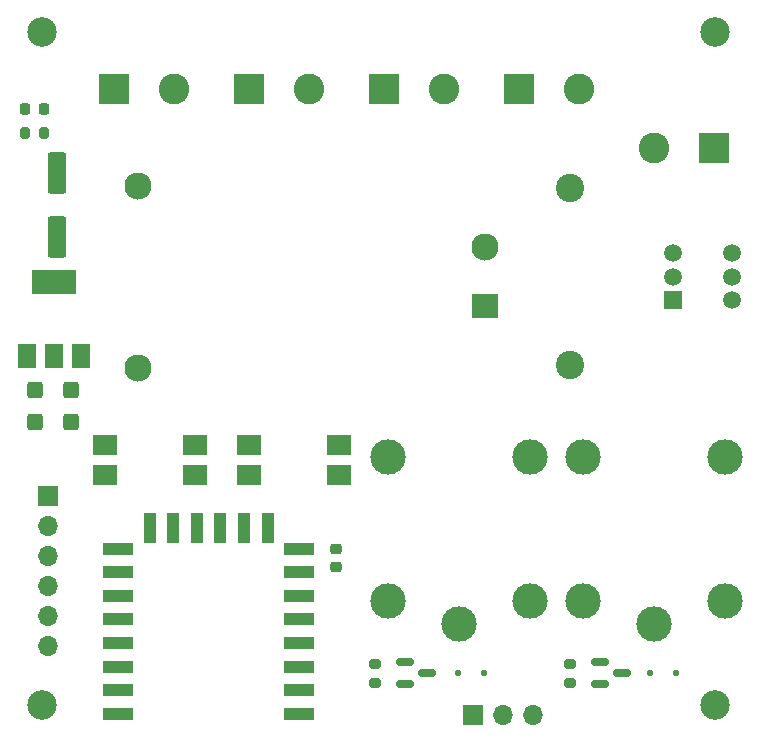
<source format=gts>
G04 #@! TF.GenerationSoftware,KiCad,Pcbnew,7.0.8*
G04 #@! TF.CreationDate,2024-05-10T10:59:20-03:00*
G04 #@! TF.ProjectId,on_off_module_x2,6f6e5f6f-6666-45f6-9d6f-64756c655f78,1.0*
G04 #@! TF.SameCoordinates,Original*
G04 #@! TF.FileFunction,Soldermask,Top*
G04 #@! TF.FilePolarity,Negative*
%FSLAX46Y46*%
G04 Gerber Fmt 4.6, Leading zero omitted, Abs format (unit mm)*
G04 Created by KiCad (PCBNEW 7.0.8) date 2024-05-10 10:59:20*
%MOMM*%
%LPD*%
G01*
G04 APERTURE LIST*
G04 Aperture macros list*
%AMRoundRect*
0 Rectangle with rounded corners*
0 $1 Rounding radius*
0 $2 $3 $4 $5 $6 $7 $8 $9 X,Y pos of 4 corners*
0 Add a 4 corners polygon primitive as box body*
4,1,4,$2,$3,$4,$5,$6,$7,$8,$9,$2,$3,0*
0 Add four circle primitives for the rounded corners*
1,1,$1+$1,$2,$3*
1,1,$1+$1,$4,$5*
1,1,$1+$1,$6,$7*
1,1,$1+$1,$8,$9*
0 Add four rect primitives between the rounded corners*
20,1,$1+$1,$2,$3,$4,$5,0*
20,1,$1+$1,$4,$5,$6,$7,0*
20,1,$1+$1,$6,$7,$8,$9,0*
20,1,$1+$1,$8,$9,$2,$3,0*%
G04 Aperture macros list end*
%ADD10RoundRect,0.225000X-0.250000X0.225000X-0.250000X-0.225000X0.250000X-0.225000X0.250000X0.225000X0*%
%ADD11RoundRect,0.150000X-0.587500X-0.150000X0.587500X-0.150000X0.587500X0.150000X-0.587500X0.150000X0*%
%ADD12R,2.600000X2.600000*%
%ADD13C,2.600000*%
%ADD14C,2.500000*%
%ADD15RoundRect,0.125000X0.125000X0.125000X-0.125000X0.125000X-0.125000X-0.125000X0.125000X-0.125000X0*%
%ADD16R,1.700000X1.700000*%
%ADD17O,1.700000X1.700000*%
%ADD18RoundRect,0.218750X0.218750X0.256250X-0.218750X0.256250X-0.218750X-0.256250X0.218750X-0.256250X0*%
%ADD19C,3.000000*%
%ADD20RoundRect,0.200000X-0.275000X0.200000X-0.275000X-0.200000X0.275000X-0.200000X0.275000X0.200000X0*%
%ADD21R,1.500000X2.000000*%
%ADD22R,3.800000X2.000000*%
%ADD23RoundRect,0.250000X-0.425000X0.450000X-0.425000X-0.450000X0.425000X-0.450000X0.425000X0.450000X0*%
%ADD24R,2.500000X1.100000*%
%ADD25R,1.100000X2.500000*%
%ADD26C,2.400000*%
%ADD27R,2.000000X1.780000*%
%ADD28R,2.300000X2.000000*%
%ADD29C,2.300000*%
%ADD30RoundRect,0.250000X-0.550000X1.500000X-0.550000X-1.500000X0.550000X-1.500000X0.550000X1.500000X0*%
%ADD31RoundRect,0.200000X-0.200000X-0.275000X0.200000X-0.275000X0.200000X0.275000X-0.200000X0.275000X0*%
%ADD32R,1.500000X1.500000*%
%ADD33C,1.500000*%
G04 APERTURE END LIST*
D10*
X144968201Y-106211600D03*
X144968201Y-107761600D03*
D11*
X150825200Y-115817754D03*
X150825200Y-117717754D03*
X152700200Y-116767754D03*
D12*
X137607200Y-67295054D03*
D13*
X142687200Y-67295054D03*
D14*
X120091200Y-62481908D03*
D15*
X157513200Y-116767754D03*
X155313200Y-116767754D03*
D16*
X156540200Y-120323754D03*
D17*
X159080200Y-120323754D03*
X161620200Y-120323754D03*
D15*
X173769200Y-116767754D03*
X171569200Y-116767754D03*
D14*
X177091200Y-119481907D03*
D18*
X120223700Y-68971054D03*
X118648700Y-68971054D03*
D19*
X171907200Y-112625755D03*
X165907200Y-98425755D03*
X177907200Y-98425755D03*
X177907200Y-110625755D03*
X165907200Y-110625755D03*
D20*
X164787200Y-115942754D03*
X164787200Y-117592754D03*
D19*
X155390200Y-112625754D03*
X149390200Y-98425754D03*
X161390200Y-98425754D03*
X161390200Y-110625754D03*
X149390200Y-110625754D03*
D12*
X149037200Y-67295054D03*
D13*
X154117200Y-67295054D03*
D16*
X120599200Y-101781754D03*
D17*
X120599200Y-104321754D03*
X120599200Y-106861754D03*
X120599200Y-109401754D03*
X120599200Y-111941754D03*
X120599200Y-114481754D03*
D12*
X176987200Y-72317754D03*
D13*
X171907200Y-72317754D03*
D21*
X118807200Y-89945753D03*
X121107200Y-89945753D03*
D22*
X121107200Y-83645753D03*
D21*
X123407200Y-89945753D03*
D20*
X148270200Y-115942754D03*
X148270200Y-117592754D03*
D23*
X119503200Y-92811754D03*
X119503200Y-95511754D03*
D24*
X141873200Y-120211600D03*
X141873200Y-118211600D03*
X141873200Y-116211600D03*
X141873200Y-114211600D03*
X141873200Y-112211600D03*
X141873200Y-110211600D03*
X141873200Y-108211600D03*
X141873200Y-106211600D03*
X126473200Y-106211600D03*
X126473200Y-108211600D03*
X126473200Y-110211600D03*
X126473200Y-112211600D03*
X126473200Y-114211600D03*
X126473200Y-116211600D03*
X126473200Y-118211600D03*
X126473200Y-120211600D03*
D25*
X139183200Y-104511600D03*
X137183200Y-104511600D03*
X135183200Y-104511600D03*
X133183200Y-104511600D03*
X131183200Y-104511600D03*
X129183200Y-104511600D03*
D26*
X164795200Y-90695054D03*
X164795200Y-75695054D03*
D27*
X137617200Y-97463754D03*
X137617200Y-100003754D03*
X145237200Y-100003754D03*
X145237200Y-97463754D03*
D28*
X157619200Y-85695054D03*
D29*
X157619200Y-80695054D03*
X128219200Y-90895054D03*
X128219200Y-75495054D03*
D23*
X122551200Y-92811754D03*
X122551200Y-95511754D03*
D14*
X120091200Y-119481908D03*
X177091200Y-62481854D03*
D30*
X121361200Y-74443754D03*
X121361200Y-79843754D03*
D12*
X126182200Y-67295054D03*
D13*
X131262200Y-67295054D03*
D31*
X118631200Y-71003054D03*
X120281200Y-71003054D03*
D27*
X125425200Y-97463754D03*
X125425200Y-100003754D03*
X133045200Y-100003754D03*
X133045200Y-97463754D03*
D12*
X160467200Y-67295054D03*
D13*
X165547200Y-67295054D03*
D32*
X173511200Y-85195054D03*
D33*
X173511200Y-83195054D03*
X173511200Y-81195054D03*
X178511200Y-85195054D03*
X178511200Y-83195054D03*
X178511200Y-81195054D03*
D11*
X167335200Y-115817754D03*
X167335200Y-117717754D03*
X169210200Y-116767754D03*
M02*

</source>
